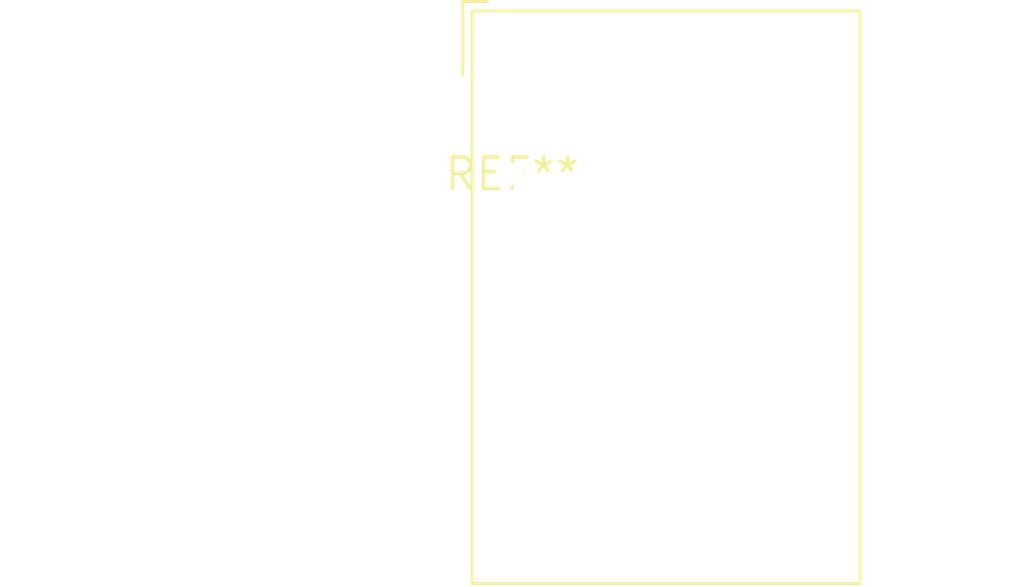
<source format=kicad_pcb>
(kicad_pcb (version 20240108) (generator pcbnew)
  (layers (0 "F.Cu" signal) (31 "B.Cu" signal) (34 "B.Paste" user) (35 "F.Paste" user) (36 "B.SilkS" user "B.Silkscreen") (37 "F.SilkS" user "F.Silkscreen") (38 "B.Mask" user) (39 "F.Mask" user) (44 "Edge.Cuts" user))
  (net 0 "")
  (footprint "Choke_Schaffner_RN216-04-15.5x23.0mm" (layer "F.Cu") (at 0 0)
    (property "Reference" "REF**")
    (property "Value" "Choke_Schaffner_RN216-04-15.5x23.0mm")
    (fp_line (start -2 -7) (end -2 -4) (layer "F.SilkS") (stroke (width 0.12)))
    (fp_line (start -2 -7) (end -1 -7) (layer "F.SilkS") (stroke (width 0.12)))
    (fp_line (start -1.62 -6.62) (end 14.12 -6.62) (layer "F.SilkS") (stroke (width 0.12)))
    (fp_line (start -1.62 16.62) (end -1.62 -6.62) (layer "F.SilkS") (stroke (width 0.12)))
    (fp_line (start 14.12 -6.62) (end 14.12 16.62) (layer "F.SilkS") (stroke (width 0.12)))
    (fp_line (start 14.12 16.62) (end -1.62 16.62) (layer "F.SilkS") (stroke (width 0.12)))
    (pad "1" thru_hole rect (at 0 0) (size 2 2) (drill 0.9) (layers *.Cu *.Mask) (remove_unused_layers))
    (pad "2" thru_hole circle (at 12.5 0) (size 2 2) (drill 0.9) (layers *.Cu *.Mask) (remove_unused_layers))
    (pad "3" thru_hole circle (at 0 10) (size 2 2) (drill 0.9) (layers *.Cu *.Mask) (remove_unused_layers))
    (pad "4" thru_hole circle (at 12.5 10) (size 2 2) (drill 0.9) (layers *.Cu *.Mask) (remove_unused_layers))
  )
)
</source>
